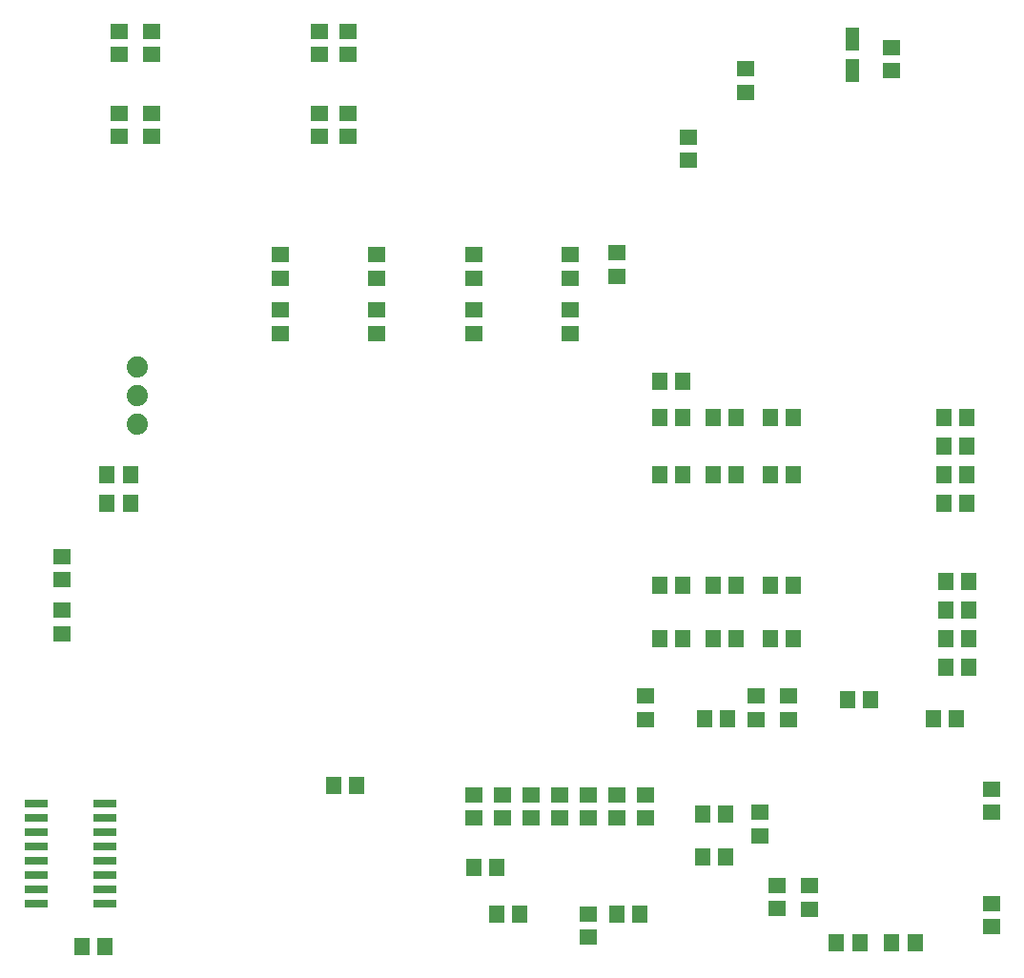
<source format=gtp>
G04 MADE WITH FRITZING*
G04 WWW.FRITZING.ORG*
G04 DOUBLE SIDED*
G04 HOLES PLATED*
G04 CONTOUR ON CENTER OF CONTOUR VECTOR*
%ASAXBY*%
%FSLAX23Y23*%
%MOIN*%
%OFA0B0*%
%SFA1.0B1.0*%
%ADD10C,0.074000*%
%ADD11R,0.055118X0.059055*%
%ADD12R,0.047244X0.078740*%
%ADD13R,0.080000X0.026000*%
%ADD14R,0.059055X0.055118*%
%ADD15R,0.001000X0.001000*%
%LNPASTEMASK1*%
G90*
G70*
G54D10*
X607Y2476D03*
X607Y2376D03*
X607Y2276D03*
G54D11*
X2619Y1526D03*
X2700Y1526D03*
X2619Y1713D03*
X2700Y1713D03*
X2619Y2101D03*
X2700Y2101D03*
X2619Y2301D03*
X2700Y2301D03*
X2432Y1526D03*
X2513Y1526D03*
X2432Y1713D03*
X2513Y1713D03*
X2432Y2101D03*
X2513Y2101D03*
X2432Y2301D03*
X2513Y2301D03*
G54D12*
X3107Y3513D03*
X3107Y3623D03*
G54D13*
X252Y951D03*
X252Y901D03*
X252Y851D03*
X252Y801D03*
X252Y751D03*
X252Y701D03*
X252Y651D03*
X252Y601D03*
X494Y601D03*
X494Y651D03*
X494Y701D03*
X494Y751D03*
X494Y801D03*
X494Y851D03*
X494Y901D03*
X494Y951D03*
G54D11*
X414Y451D03*
X494Y451D03*
G54D14*
X344Y1626D03*
X344Y1545D03*
X2532Y3201D03*
X2532Y3281D03*
X3244Y3594D03*
X3244Y3513D03*
X2732Y3519D03*
X2732Y3438D03*
X344Y1813D03*
X344Y1732D03*
G54D11*
X501Y2101D03*
X582Y2101D03*
G54D14*
X1344Y3282D03*
X1344Y3363D03*
X1244Y3570D03*
X1244Y3651D03*
X1344Y3570D03*
X1344Y3651D03*
X1244Y3282D03*
X1244Y3363D03*
X657Y3570D03*
X657Y3651D03*
X544Y3570D03*
X544Y3651D03*
X657Y3282D03*
X657Y3363D03*
X544Y3282D03*
X544Y3363D03*
G54D11*
X3507Y2301D03*
X3426Y2301D03*
X3507Y2001D03*
X3426Y2001D03*
X3507Y2101D03*
X3426Y2101D03*
X3507Y2201D03*
X3426Y2201D03*
X2432Y2426D03*
X2513Y2426D03*
X3513Y1426D03*
X3432Y1426D03*
X3513Y1526D03*
X3432Y1526D03*
X3513Y1626D03*
X3432Y1626D03*
X3513Y1726D03*
X3432Y1726D03*
G54D14*
X1107Y2595D03*
X1107Y2676D03*
X1444Y2595D03*
X1444Y2676D03*
X1782Y2595D03*
X1782Y2676D03*
X2119Y2595D03*
X2119Y2676D03*
X1107Y2869D03*
X1107Y2788D03*
X1444Y2869D03*
X1444Y2788D03*
X1782Y2869D03*
X1782Y2788D03*
X2119Y2869D03*
X2119Y2788D03*
G54D11*
X2819Y2101D03*
X2900Y2101D03*
X2900Y2301D03*
X2819Y2301D03*
X1864Y563D03*
X1944Y563D03*
X2363Y563D03*
X2282Y563D03*
X501Y2001D03*
X582Y2001D03*
X3169Y1313D03*
X3089Y1313D03*
G54D14*
X2769Y1326D03*
X2769Y1245D03*
X2082Y901D03*
X2082Y981D03*
X2282Y2795D03*
X2282Y2876D03*
X1982Y901D03*
X1982Y981D03*
G54D11*
X1863Y726D03*
X1782Y726D03*
G54D14*
X1782Y981D03*
X1782Y901D03*
G54D11*
X3469Y1247D03*
X3389Y1247D03*
G54D14*
X2382Y1245D03*
X2382Y1326D03*
X3594Y920D03*
X3594Y1001D03*
G54D11*
X3245Y463D03*
X3326Y463D03*
X3132Y463D03*
X3051Y463D03*
G54D14*
X3594Y520D03*
X3594Y601D03*
X2957Y662D03*
X2957Y581D03*
G54D11*
X2582Y913D03*
X2663Y913D03*
X2582Y763D03*
X2663Y763D03*
G54D14*
X2844Y582D03*
X2844Y663D03*
X2182Y482D03*
X2182Y563D03*
X1882Y901D03*
X1882Y981D03*
X2182Y901D03*
X2182Y981D03*
G54D11*
X1375Y1013D03*
X1294Y1013D03*
G54D14*
X2782Y838D03*
X2782Y919D03*
X2282Y901D03*
X2282Y981D03*
X2382Y901D03*
X2382Y981D03*
G54D11*
X2819Y1526D03*
X2900Y1526D03*
X2900Y1713D03*
X2819Y1713D03*
X2669Y1247D03*
X2589Y1247D03*
G54D14*
X2882Y1245D03*
X2882Y1326D03*
G54D15*
D02*
G04 End of PasteMask1*
M02*
</source>
